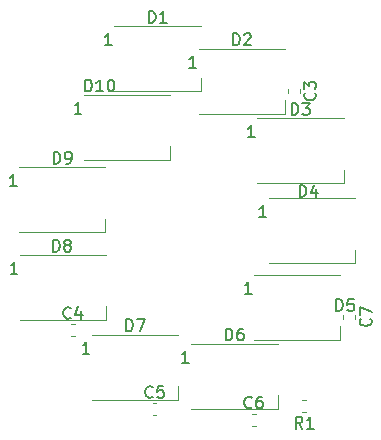
<source format=gbr>
%TF.GenerationSoftware,KiCad,Pcbnew,(5.1.10)-1*%
%TF.CreationDate,2021-11-16T17:31:42+11:00*%
%TF.ProjectId,FIRE TEST Panel PCB V2,46495245-2054-4455-9354-2050616e656c,rev?*%
%TF.SameCoordinates,Original*%
%TF.FileFunction,Legend,Top*%
%TF.FilePolarity,Positive*%
%FSLAX46Y46*%
G04 Gerber Fmt 4.6, Leading zero omitted, Abs format (unit mm)*
G04 Created by KiCad (PCBNEW (5.1.10)-1) date 2021-11-16 17:31:42*
%MOMM*%
%LPD*%
G01*
G04 APERTURE LIST*
%ADD10C,0.120000*%
%ADD11C,0.150000*%
G04 APERTURE END LIST*
D10*
%TO.C,R1*%
X144569779Y-115468000D02*
X144244221Y-115468000D01*
X144569779Y-114448000D02*
X144244221Y-114448000D01*
%TO.C,C7*%
X148714000Y-107198221D02*
X148714000Y-107523779D01*
X147694000Y-107198221D02*
X147694000Y-107523779D01*
%TO.C,C6*%
X139951221Y-115598000D02*
X140276779Y-115598000D01*
X139951221Y-116618000D02*
X140276779Y-116618000D01*
%TO.C,C5*%
X131554221Y-114699000D02*
X131879779Y-114699000D01*
X131554221Y-115719000D02*
X131879779Y-115719000D01*
%TO.C,C4*%
X124622221Y-108009000D02*
X124947779Y-108009000D01*
X124622221Y-109029000D02*
X124947779Y-109029000D01*
%TO.C,C3*%
X144005000Y-88089421D02*
X144005000Y-88414979D01*
X142985000Y-88089421D02*
X142985000Y-88414979D01*
%TO.C,D10*%
X133038000Y-94088400D02*
X133038000Y-92938400D01*
X125738000Y-94088400D02*
X133038000Y-94088400D01*
X125738000Y-88588400D02*
X133038000Y-88588400D01*
%TO.C,D9*%
X127563000Y-100209600D02*
X127563000Y-99059600D01*
X120263000Y-100209600D02*
X127563000Y-100209600D01*
X120263000Y-94709600D02*
X127563000Y-94709600D01*
%TO.C,D8*%
X127614000Y-107626000D02*
X127614000Y-106476000D01*
X120314000Y-107626000D02*
X127614000Y-107626000D01*
X120314000Y-102126000D02*
X127614000Y-102126000D01*
%TO.C,D7*%
X133710000Y-114383000D02*
X133710000Y-113233000D01*
X126410000Y-114383000D02*
X133710000Y-114383000D01*
X126410000Y-108883000D02*
X133710000Y-108883000D01*
%TO.C,D6*%
X142131000Y-115170000D02*
X142131000Y-114020000D01*
X134831000Y-115170000D02*
X142131000Y-115170000D01*
X134831000Y-109670000D02*
X142131000Y-109670000D01*
%TO.C,D5*%
X147453000Y-109303000D02*
X147453000Y-108153000D01*
X140153000Y-109303000D02*
X147453000Y-109303000D01*
X140153000Y-103803000D02*
X147453000Y-103803000D01*
%TO.C,D4*%
X148684000Y-102826000D02*
X148684000Y-101676000D01*
X141384000Y-102826000D02*
X148684000Y-102826000D01*
X141384000Y-97326000D02*
X148684000Y-97326000D01*
%TO.C,D3*%
X147719000Y-96069600D02*
X147719000Y-94919600D01*
X140419000Y-96069600D02*
X147719000Y-96069600D01*
X140419000Y-90569600D02*
X147719000Y-90569600D01*
%TO.C,D2*%
X142740000Y-90176800D02*
X142740000Y-89026800D01*
X135440000Y-90176800D02*
X142740000Y-90176800D01*
X135440000Y-84676800D02*
X142740000Y-84676800D01*
%TO.C,D1*%
X135617000Y-88271600D02*
X135617000Y-87121600D01*
X128317000Y-88271600D02*
X135617000Y-88271600D01*
X128317000Y-82771600D02*
X135617000Y-82771600D01*
%TO.C,R1*%
D11*
X144240333Y-116840380D02*
X143907000Y-116364190D01*
X143668904Y-116840380D02*
X143668904Y-115840380D01*
X144049857Y-115840380D01*
X144145095Y-115888000D01*
X144192714Y-115935619D01*
X144240333Y-116030857D01*
X144240333Y-116173714D01*
X144192714Y-116268952D01*
X144145095Y-116316571D01*
X144049857Y-116364190D01*
X143668904Y-116364190D01*
X145192714Y-116840380D02*
X144621285Y-116840380D01*
X144907000Y-116840380D02*
X144907000Y-115840380D01*
X144811761Y-115983238D01*
X144716523Y-116078476D01*
X144621285Y-116126095D01*
%TO.C,C7*%
X149991142Y-107527666D02*
X150038761Y-107575285D01*
X150086380Y-107718142D01*
X150086380Y-107813380D01*
X150038761Y-107956238D01*
X149943523Y-108051476D01*
X149848285Y-108099095D01*
X149657809Y-108146714D01*
X149514952Y-108146714D01*
X149324476Y-108099095D01*
X149229238Y-108051476D01*
X149134000Y-107956238D01*
X149086380Y-107813380D01*
X149086380Y-107718142D01*
X149134000Y-107575285D01*
X149181619Y-107527666D01*
X149086380Y-107194333D02*
X149086380Y-106527666D01*
X150086380Y-106956238D01*
%TO.C,C6*%
X139947333Y-115035142D02*
X139899714Y-115082761D01*
X139756857Y-115130380D01*
X139661619Y-115130380D01*
X139518761Y-115082761D01*
X139423523Y-114987523D01*
X139375904Y-114892285D01*
X139328285Y-114701809D01*
X139328285Y-114558952D01*
X139375904Y-114368476D01*
X139423523Y-114273238D01*
X139518761Y-114178000D01*
X139661619Y-114130380D01*
X139756857Y-114130380D01*
X139899714Y-114178000D01*
X139947333Y-114225619D01*
X140804476Y-114130380D02*
X140614000Y-114130380D01*
X140518761Y-114178000D01*
X140471142Y-114225619D01*
X140375904Y-114368476D01*
X140328285Y-114558952D01*
X140328285Y-114939904D01*
X140375904Y-115035142D01*
X140423523Y-115082761D01*
X140518761Y-115130380D01*
X140709238Y-115130380D01*
X140804476Y-115082761D01*
X140852095Y-115035142D01*
X140899714Y-114939904D01*
X140899714Y-114701809D01*
X140852095Y-114606571D01*
X140804476Y-114558952D01*
X140709238Y-114511333D01*
X140518761Y-114511333D01*
X140423523Y-114558952D01*
X140375904Y-114606571D01*
X140328285Y-114701809D01*
%TO.C,C5*%
X131550333Y-114136142D02*
X131502714Y-114183761D01*
X131359857Y-114231380D01*
X131264619Y-114231380D01*
X131121761Y-114183761D01*
X131026523Y-114088523D01*
X130978904Y-113993285D01*
X130931285Y-113802809D01*
X130931285Y-113659952D01*
X130978904Y-113469476D01*
X131026523Y-113374238D01*
X131121761Y-113279000D01*
X131264619Y-113231380D01*
X131359857Y-113231380D01*
X131502714Y-113279000D01*
X131550333Y-113326619D01*
X132455095Y-113231380D02*
X131978904Y-113231380D01*
X131931285Y-113707571D01*
X131978904Y-113659952D01*
X132074142Y-113612333D01*
X132312238Y-113612333D01*
X132407476Y-113659952D01*
X132455095Y-113707571D01*
X132502714Y-113802809D01*
X132502714Y-114040904D01*
X132455095Y-114136142D01*
X132407476Y-114183761D01*
X132312238Y-114231380D01*
X132074142Y-114231380D01*
X131978904Y-114183761D01*
X131931285Y-114136142D01*
%TO.C,C4*%
X124618333Y-107446142D02*
X124570714Y-107493761D01*
X124427857Y-107541380D01*
X124332619Y-107541380D01*
X124189761Y-107493761D01*
X124094523Y-107398523D01*
X124046904Y-107303285D01*
X123999285Y-107112809D01*
X123999285Y-106969952D01*
X124046904Y-106779476D01*
X124094523Y-106684238D01*
X124189761Y-106589000D01*
X124332619Y-106541380D01*
X124427857Y-106541380D01*
X124570714Y-106589000D01*
X124618333Y-106636619D01*
X125475476Y-106874714D02*
X125475476Y-107541380D01*
X125237380Y-106493761D02*
X124999285Y-107208047D01*
X125618333Y-107208047D01*
%TO.C,C3*%
X145282142Y-88418866D02*
X145329761Y-88466485D01*
X145377380Y-88609342D01*
X145377380Y-88704580D01*
X145329761Y-88847438D01*
X145234523Y-88942676D01*
X145139285Y-88990295D01*
X144948809Y-89037914D01*
X144805952Y-89037914D01*
X144615476Y-88990295D01*
X144520238Y-88942676D01*
X144425000Y-88847438D01*
X144377380Y-88704580D01*
X144377380Y-88609342D01*
X144425000Y-88466485D01*
X144472619Y-88418866D01*
X144377380Y-88085533D02*
X144377380Y-87466485D01*
X144758333Y-87799819D01*
X144758333Y-87656961D01*
X144805952Y-87561723D01*
X144853571Y-87514104D01*
X144948809Y-87466485D01*
X145186904Y-87466485D01*
X145282142Y-87514104D01*
X145329761Y-87561723D01*
X145377380Y-87656961D01*
X145377380Y-87942676D01*
X145329761Y-88037914D01*
X145282142Y-88085533D01*
%TO.C,D10*%
X125836914Y-88290780D02*
X125836914Y-87290780D01*
X126075009Y-87290780D01*
X126217866Y-87338400D01*
X126313104Y-87433638D01*
X126360723Y-87528876D01*
X126408342Y-87719352D01*
X126408342Y-87862209D01*
X126360723Y-88052685D01*
X126313104Y-88147923D01*
X126217866Y-88243161D01*
X126075009Y-88290780D01*
X125836914Y-88290780D01*
X127360723Y-88290780D02*
X126789295Y-88290780D01*
X127075009Y-88290780D02*
X127075009Y-87290780D01*
X126979771Y-87433638D01*
X126884533Y-87528876D01*
X126789295Y-87576495D01*
X127979771Y-87290780D02*
X128075009Y-87290780D01*
X128170247Y-87338400D01*
X128217866Y-87386019D01*
X128265485Y-87481257D01*
X128313104Y-87671733D01*
X128313104Y-87909828D01*
X128265485Y-88100304D01*
X128217866Y-88195542D01*
X128170247Y-88243161D01*
X128075009Y-88290780D01*
X127979771Y-88290780D01*
X127884533Y-88243161D01*
X127836914Y-88195542D01*
X127789295Y-88100304D01*
X127741676Y-87909828D01*
X127741676Y-87671733D01*
X127789295Y-87481257D01*
X127836914Y-87386019D01*
X127884533Y-87338400D01*
X127979771Y-87290780D01*
X125523714Y-90190780D02*
X124952285Y-90190780D01*
X125238000Y-90190780D02*
X125238000Y-89190780D01*
X125142761Y-89333638D01*
X125047523Y-89428876D01*
X124952285Y-89476495D01*
%TO.C,D9*%
X123174904Y-94411980D02*
X123174904Y-93411980D01*
X123413000Y-93411980D01*
X123555857Y-93459600D01*
X123651095Y-93554838D01*
X123698714Y-93650076D01*
X123746333Y-93840552D01*
X123746333Y-93983409D01*
X123698714Y-94173885D01*
X123651095Y-94269123D01*
X123555857Y-94364361D01*
X123413000Y-94411980D01*
X123174904Y-94411980D01*
X124222523Y-94411980D02*
X124413000Y-94411980D01*
X124508238Y-94364361D01*
X124555857Y-94316742D01*
X124651095Y-94173885D01*
X124698714Y-93983409D01*
X124698714Y-93602457D01*
X124651095Y-93507219D01*
X124603476Y-93459600D01*
X124508238Y-93411980D01*
X124317761Y-93411980D01*
X124222523Y-93459600D01*
X124174904Y-93507219D01*
X124127285Y-93602457D01*
X124127285Y-93840552D01*
X124174904Y-93935790D01*
X124222523Y-93983409D01*
X124317761Y-94031028D01*
X124508238Y-94031028D01*
X124603476Y-93983409D01*
X124651095Y-93935790D01*
X124698714Y-93840552D01*
X120048714Y-96311980D02*
X119477285Y-96311980D01*
X119763000Y-96311980D02*
X119763000Y-95311980D01*
X119667761Y-95454838D01*
X119572523Y-95550076D01*
X119477285Y-95597695D01*
%TO.C,D8*%
X123112704Y-101848780D02*
X123112704Y-100848780D01*
X123350800Y-100848780D01*
X123493657Y-100896400D01*
X123588895Y-100991638D01*
X123636514Y-101086876D01*
X123684133Y-101277352D01*
X123684133Y-101420209D01*
X123636514Y-101610685D01*
X123588895Y-101705923D01*
X123493657Y-101801161D01*
X123350800Y-101848780D01*
X123112704Y-101848780D01*
X124255561Y-101277352D02*
X124160323Y-101229733D01*
X124112704Y-101182114D01*
X124065085Y-101086876D01*
X124065085Y-101039257D01*
X124112704Y-100944019D01*
X124160323Y-100896400D01*
X124255561Y-100848780D01*
X124446038Y-100848780D01*
X124541276Y-100896400D01*
X124588895Y-100944019D01*
X124636514Y-101039257D01*
X124636514Y-101086876D01*
X124588895Y-101182114D01*
X124541276Y-101229733D01*
X124446038Y-101277352D01*
X124255561Y-101277352D01*
X124160323Y-101324971D01*
X124112704Y-101372590D01*
X124065085Y-101467828D01*
X124065085Y-101658304D01*
X124112704Y-101753542D01*
X124160323Y-101801161D01*
X124255561Y-101848780D01*
X124446038Y-101848780D01*
X124541276Y-101801161D01*
X124588895Y-101753542D01*
X124636514Y-101658304D01*
X124636514Y-101467828D01*
X124588895Y-101372590D01*
X124541276Y-101324971D01*
X124446038Y-101277352D01*
X120099714Y-103728380D02*
X119528285Y-103728380D01*
X119814000Y-103728380D02*
X119814000Y-102728380D01*
X119718761Y-102871238D01*
X119623523Y-102966476D01*
X119528285Y-103014095D01*
%TO.C,D7*%
X129321904Y-108585380D02*
X129321904Y-107585380D01*
X129560000Y-107585380D01*
X129702857Y-107633000D01*
X129798095Y-107728238D01*
X129845714Y-107823476D01*
X129893333Y-108013952D01*
X129893333Y-108156809D01*
X129845714Y-108347285D01*
X129798095Y-108442523D01*
X129702857Y-108537761D01*
X129560000Y-108585380D01*
X129321904Y-108585380D01*
X130226666Y-107585380D02*
X130893333Y-107585380D01*
X130464761Y-108585380D01*
X126195714Y-110485380D02*
X125624285Y-110485380D01*
X125910000Y-110485380D02*
X125910000Y-109485380D01*
X125814761Y-109628238D01*
X125719523Y-109723476D01*
X125624285Y-109771095D01*
%TO.C,D6*%
X137742904Y-109372380D02*
X137742904Y-108372380D01*
X137981000Y-108372380D01*
X138123857Y-108420000D01*
X138219095Y-108515238D01*
X138266714Y-108610476D01*
X138314333Y-108800952D01*
X138314333Y-108943809D01*
X138266714Y-109134285D01*
X138219095Y-109229523D01*
X138123857Y-109324761D01*
X137981000Y-109372380D01*
X137742904Y-109372380D01*
X139171476Y-108372380D02*
X138981000Y-108372380D01*
X138885761Y-108420000D01*
X138838142Y-108467619D01*
X138742904Y-108610476D01*
X138695285Y-108800952D01*
X138695285Y-109181904D01*
X138742904Y-109277142D01*
X138790523Y-109324761D01*
X138885761Y-109372380D01*
X139076238Y-109372380D01*
X139171476Y-109324761D01*
X139219095Y-109277142D01*
X139266714Y-109181904D01*
X139266714Y-108943809D01*
X139219095Y-108848571D01*
X139171476Y-108800952D01*
X139076238Y-108753333D01*
X138885761Y-108753333D01*
X138790523Y-108800952D01*
X138742904Y-108848571D01*
X138695285Y-108943809D01*
X134616714Y-111272380D02*
X134045285Y-111272380D01*
X134331000Y-111272380D02*
X134331000Y-110272380D01*
X134235761Y-110415238D01*
X134140523Y-110510476D01*
X134045285Y-110558095D01*
%TO.C,D5*%
X147089704Y-106878580D02*
X147089704Y-105878580D01*
X147327800Y-105878580D01*
X147470657Y-105926200D01*
X147565895Y-106021438D01*
X147613514Y-106116676D01*
X147661133Y-106307152D01*
X147661133Y-106450009D01*
X147613514Y-106640485D01*
X147565895Y-106735723D01*
X147470657Y-106830961D01*
X147327800Y-106878580D01*
X147089704Y-106878580D01*
X148565895Y-105878580D02*
X148089704Y-105878580D01*
X148042085Y-106354771D01*
X148089704Y-106307152D01*
X148184942Y-106259533D01*
X148423038Y-106259533D01*
X148518276Y-106307152D01*
X148565895Y-106354771D01*
X148613514Y-106450009D01*
X148613514Y-106688104D01*
X148565895Y-106783342D01*
X148518276Y-106830961D01*
X148423038Y-106878580D01*
X148184942Y-106878580D01*
X148089704Y-106830961D01*
X148042085Y-106783342D01*
X139938714Y-105405380D02*
X139367285Y-105405380D01*
X139653000Y-105405380D02*
X139653000Y-104405380D01*
X139557761Y-104548238D01*
X139462523Y-104643476D01*
X139367285Y-104691095D01*
%TO.C,D4*%
X143991104Y-97226380D02*
X143991104Y-96226380D01*
X144229200Y-96226380D01*
X144372057Y-96274000D01*
X144467295Y-96369238D01*
X144514914Y-96464476D01*
X144562533Y-96654952D01*
X144562533Y-96797809D01*
X144514914Y-96988285D01*
X144467295Y-97083523D01*
X144372057Y-97178761D01*
X144229200Y-97226380D01*
X143991104Y-97226380D01*
X145419676Y-96559714D02*
X145419676Y-97226380D01*
X145181580Y-96178761D02*
X144943485Y-96893047D01*
X145562533Y-96893047D01*
X141169714Y-98928380D02*
X140598285Y-98928380D01*
X140884000Y-98928380D02*
X140884000Y-97928380D01*
X140788761Y-98071238D01*
X140693523Y-98166476D01*
X140598285Y-98214095D01*
%TO.C,D3*%
X143330904Y-90271980D02*
X143330904Y-89271980D01*
X143569000Y-89271980D01*
X143711857Y-89319600D01*
X143807095Y-89414838D01*
X143854714Y-89510076D01*
X143902333Y-89700552D01*
X143902333Y-89843409D01*
X143854714Y-90033885D01*
X143807095Y-90129123D01*
X143711857Y-90224361D01*
X143569000Y-90271980D01*
X143330904Y-90271980D01*
X144235666Y-89271980D02*
X144854714Y-89271980D01*
X144521380Y-89652933D01*
X144664238Y-89652933D01*
X144759476Y-89700552D01*
X144807095Y-89748171D01*
X144854714Y-89843409D01*
X144854714Y-90081504D01*
X144807095Y-90176742D01*
X144759476Y-90224361D01*
X144664238Y-90271980D01*
X144378523Y-90271980D01*
X144283285Y-90224361D01*
X144235666Y-90176742D01*
X140204714Y-92171980D02*
X139633285Y-92171980D01*
X139919000Y-92171980D02*
X139919000Y-91171980D01*
X139823761Y-91314838D01*
X139728523Y-91410076D01*
X139633285Y-91457695D01*
%TO.C,D2*%
X138351904Y-84379180D02*
X138351904Y-83379180D01*
X138590000Y-83379180D01*
X138732857Y-83426800D01*
X138828095Y-83522038D01*
X138875714Y-83617276D01*
X138923333Y-83807752D01*
X138923333Y-83950609D01*
X138875714Y-84141085D01*
X138828095Y-84236323D01*
X138732857Y-84331561D01*
X138590000Y-84379180D01*
X138351904Y-84379180D01*
X139304285Y-83474419D02*
X139351904Y-83426800D01*
X139447142Y-83379180D01*
X139685238Y-83379180D01*
X139780476Y-83426800D01*
X139828095Y-83474419D01*
X139875714Y-83569657D01*
X139875714Y-83664895D01*
X139828095Y-83807752D01*
X139256666Y-84379180D01*
X139875714Y-84379180D01*
X135225714Y-86279180D02*
X134654285Y-86279180D01*
X134940000Y-86279180D02*
X134940000Y-85279180D01*
X134844761Y-85422038D01*
X134749523Y-85517276D01*
X134654285Y-85564895D01*
%TO.C,D1*%
X131228904Y-82473980D02*
X131228904Y-81473980D01*
X131467000Y-81473980D01*
X131609857Y-81521600D01*
X131705095Y-81616838D01*
X131752714Y-81712076D01*
X131800333Y-81902552D01*
X131800333Y-82045409D01*
X131752714Y-82235885D01*
X131705095Y-82331123D01*
X131609857Y-82426361D01*
X131467000Y-82473980D01*
X131228904Y-82473980D01*
X132752714Y-82473980D02*
X132181285Y-82473980D01*
X132467000Y-82473980D02*
X132467000Y-81473980D01*
X132371761Y-81616838D01*
X132276523Y-81712076D01*
X132181285Y-81759695D01*
X128102714Y-84373980D02*
X127531285Y-84373980D01*
X127817000Y-84373980D02*
X127817000Y-83373980D01*
X127721761Y-83516838D01*
X127626523Y-83612076D01*
X127531285Y-83659695D01*
%TD*%
M02*

</source>
